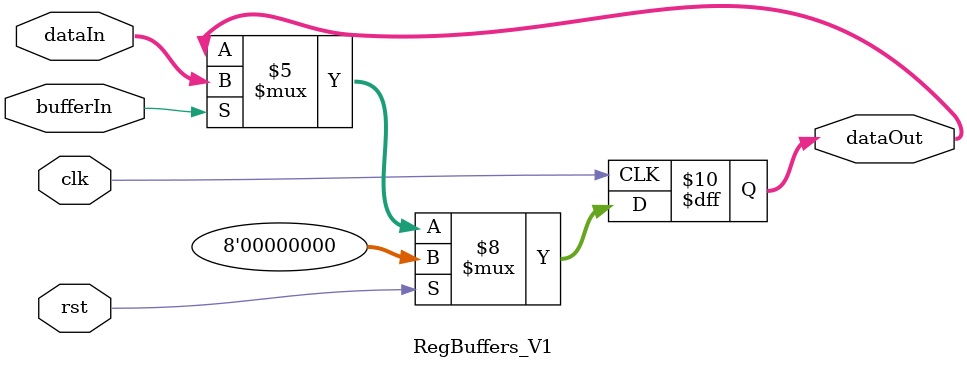
<source format=v>
`timescale 1ns / 1ps

module RegBuffers_V1
                #
                (
                    parameter Nsize = 8
                )
                (
                    input wire clk,
                    input wire rst,
                    
                    input wire bufferIn,
                    
                    input wire [Nsize-1:0]dataIn,
                    
                    output reg [Nsize-1:0]dataOut
                );



always@(posedge clk)
    begin
        if(rst == 1)
            dataOut <= 0;
        else
            begin
                if(bufferIn == 1)
                    dataOut <= dataIn;
                else
                    dataOut <= dataOut;
            end
    end



endmodule

</source>
